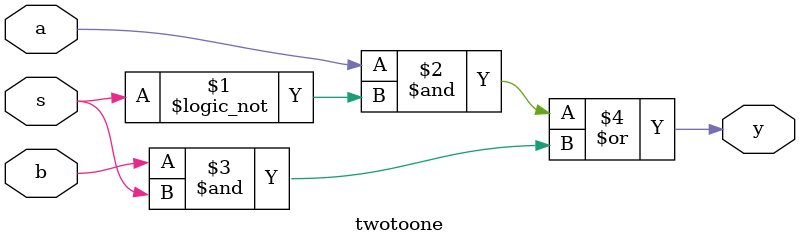
<source format=v>
module twotoone(y,s,a,b);
input a,b;
input s;
output y;
assign y=((a&!s)|(b&s));
endmodule
</source>
